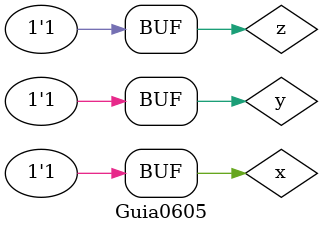
<source format=v>
module f5b ( output s,         
	input a,
	input b,
	input c);
	assign s = a||(b & c);
endmodule // end module

// dados
module Guia0605;
	reg x;
	reg y;
	reg z;
	wire b;
	
f5b moduloB ( b, x, y,z);    

// main
initial
begin : main
	//testes do modulo
	$monitor("%4b %4b %4b %4b", x, y, z, b);
	   x=0; y=0; z=0;
	#1 x=0; y=0; z=1;
	#1 x=0; y=1; z=0;
	#1 x=1; y=0; z=0;
	#1 x=0; y=1; z=1;
	#1 x=1; y=0; z=1;
	#1 x=1; y=1; z=0;
	#1 x=1; y=1; z=1;
end
endmodule 

</source>
